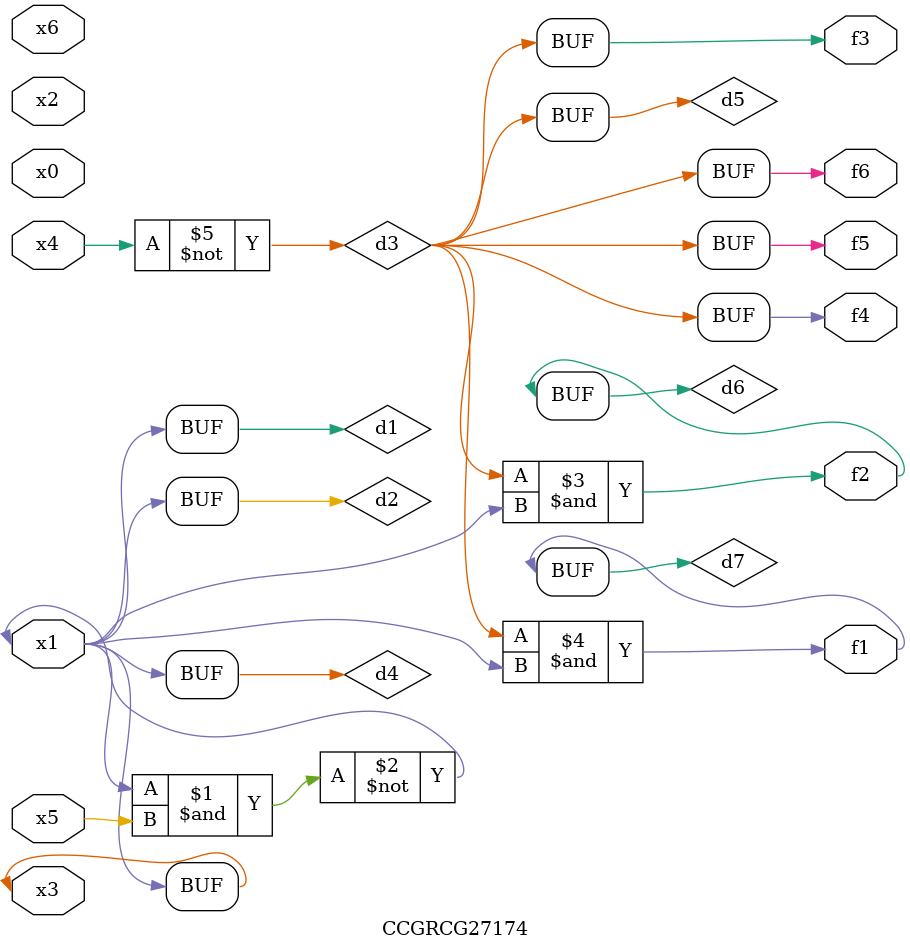
<source format=v>
module CCGRCG27174(
	input x0, x1, x2, x3, x4, x5, x6,
	output f1, f2, f3, f4, f5, f6
);

	wire d1, d2, d3, d4, d5, d6, d7;

	buf (d1, x1, x3);
	nand (d2, x1, x5);
	not (d3, x4);
	buf (d4, d1, d2);
	buf (d5, d3);
	and (d6, d3, d4);
	and (d7, d3, d4);
	assign f1 = d7;
	assign f2 = d6;
	assign f3 = d5;
	assign f4 = d5;
	assign f5 = d5;
	assign f6 = d5;
endmodule

</source>
